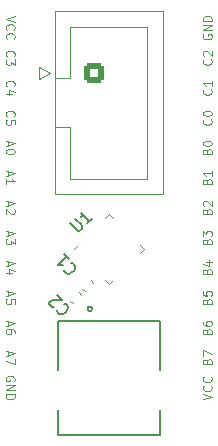
<source format=gto>
%TF.GenerationSoftware,KiCad,Pcbnew,6.0.2+dfsg-1*%
%TF.CreationDate,2022-08-12T08:44:15-04:00*%
%TF.ProjectId,attiny_devboard,61747469-6e79-45f6-9465-76626f617264,rev?*%
%TF.SameCoordinates,Original*%
%TF.FileFunction,Legend,Top*%
%TF.FilePolarity,Positive*%
%FSLAX46Y46*%
G04 Gerber Fmt 4.6, Leading zero omitted, Abs format (unit mm)*
G04 Created by KiCad (PCBNEW 6.0.2+dfsg-1) date 2022-08-12 08:44:15*
%MOMM*%
%LPD*%
G01*
G04 APERTURE LIST*
G04 Aperture macros list*
%AMRoundRect*
0 Rectangle with rounded corners*
0 $1 Rounding radius*
0 $2 $3 $4 $5 $6 $7 $8 $9 X,Y pos of 4 corners*
0 Add a 4 corners polygon primitive as box body*
4,1,4,$2,$3,$4,$5,$6,$7,$8,$9,$2,$3,0*
0 Add four circle primitives for the rounded corners*
1,1,$1+$1,$2,$3*
1,1,$1+$1,$4,$5*
1,1,$1+$1,$6,$7*
1,1,$1+$1,$8,$9*
0 Add four rect primitives between the rounded corners*
20,1,$1+$1,$2,$3,$4,$5,0*
20,1,$1+$1,$4,$5,$6,$7,0*
20,1,$1+$1,$6,$7,$8,$9,0*
20,1,$1+$1,$8,$9,$2,$3,0*%
%AMRotRect*
0 Rectangle, with rotation*
0 The origin of the aperture is its center*
0 $1 length*
0 $2 width*
0 $3 Rotation angle, in degrees counterclockwise*
0 Add horizontal line*
21,1,$1,$2,0,0,$3*%
G04 Aperture macros list end*
%ADD10C,0.115000*%
%ADD11C,0.150000*%
%ADD12C,0.120000*%
%ADD13C,0.200000*%
%ADD14C,0.127000*%
%ADD15RoundRect,0.225000X-0.335876X-0.017678X-0.017678X-0.335876X0.335876X0.017678X0.017678X0.335876X0*%
%ADD16RoundRect,0.250000X-0.600000X-0.600000X0.600000X-0.600000X0.600000X0.600000X-0.600000X0.600000X0*%
%ADD17C,1.700000*%
%ADD18RoundRect,0.062500X-0.203293X-0.291682X0.291682X0.203293X0.203293X0.291682X-0.291682X-0.203293X0*%
%ADD19RoundRect,0.062500X0.203293X-0.291682X0.291682X-0.203293X-0.203293X0.291682X-0.291682X0.203293X0*%
%ADD20RotRect,2.600000X2.600000X45.000000*%
%ADD21O,1.700000X2.900000*%
%ADD22O,1.700000X2.980000*%
%ADD23C,1.208000*%
%ADD24R,1.700000X1.700000*%
%ADD25O,1.700000X1.700000*%
G04 APERTURE END LIST*
D10*
X129923000Y-103604285D02*
X129923000Y-103961428D01*
X129708714Y-103532857D02*
X130458714Y-103782857D01*
X129708714Y-104032857D01*
X130458714Y-104211428D02*
X130458714Y-104711428D01*
X129708714Y-104390000D01*
X129780142Y-78615000D02*
X129744428Y-78579285D01*
X129708714Y-78472142D01*
X129708714Y-78400714D01*
X129744428Y-78293571D01*
X129815857Y-78222142D01*
X129887285Y-78186428D01*
X130030142Y-78150714D01*
X130137285Y-78150714D01*
X130280142Y-78186428D01*
X130351571Y-78222142D01*
X130423000Y-78293571D01*
X130458714Y-78400714D01*
X130458714Y-78472142D01*
X130423000Y-78579285D01*
X130387285Y-78615000D01*
X130458714Y-78865000D02*
X130458714Y-79329285D01*
X130173000Y-79079285D01*
X130173000Y-79186428D01*
X130137285Y-79257857D01*
X130101571Y-79293571D01*
X130030142Y-79329285D01*
X129851571Y-79329285D01*
X129780142Y-79293571D01*
X129744428Y-79257857D01*
X129708714Y-79186428D01*
X129708714Y-78972142D01*
X129744428Y-78900714D01*
X129780142Y-78865000D01*
X146758428Y-91743571D02*
X146794142Y-91636428D01*
X146829857Y-91600714D01*
X146901285Y-91565000D01*
X147008428Y-91565000D01*
X147079857Y-91600714D01*
X147115571Y-91636428D01*
X147151285Y-91707857D01*
X147151285Y-91993571D01*
X146401285Y-91993571D01*
X146401285Y-91743571D01*
X146437000Y-91672142D01*
X146472714Y-91636428D01*
X146544142Y-91600714D01*
X146615571Y-91600714D01*
X146687000Y-91636428D01*
X146722714Y-91672142D01*
X146758428Y-91743571D01*
X146758428Y-91993571D01*
X146472714Y-91279285D02*
X146437000Y-91243571D01*
X146401285Y-91172142D01*
X146401285Y-90993571D01*
X146437000Y-90922142D01*
X146472714Y-90886428D01*
X146544142Y-90850714D01*
X146615571Y-90850714D01*
X146722714Y-90886428D01*
X147151285Y-91315000D01*
X147151285Y-90850714D01*
X129923000Y-93444285D02*
X129923000Y-93801428D01*
X129708714Y-93372857D02*
X130458714Y-93622857D01*
X129708714Y-93872857D01*
X130458714Y-94051428D02*
X130458714Y-94515714D01*
X130173000Y-94265714D01*
X130173000Y-94372857D01*
X130137285Y-94444285D01*
X130101571Y-94480000D01*
X130030142Y-94515714D01*
X129851571Y-94515714D01*
X129780142Y-94480000D01*
X129744428Y-94444285D01*
X129708714Y-94372857D01*
X129708714Y-94158571D01*
X129744428Y-94087142D01*
X129780142Y-94051428D01*
X146437000Y-76771428D02*
X146401285Y-76842857D01*
X146401285Y-76950000D01*
X146437000Y-77057142D01*
X146508428Y-77128571D01*
X146579857Y-77164285D01*
X146722714Y-77200000D01*
X146829857Y-77200000D01*
X146972714Y-77164285D01*
X147044142Y-77128571D01*
X147115571Y-77057142D01*
X147151285Y-76950000D01*
X147151285Y-76878571D01*
X147115571Y-76771428D01*
X147079857Y-76735714D01*
X146829857Y-76735714D01*
X146829857Y-76878571D01*
X147151285Y-76414285D02*
X146401285Y-76414285D01*
X147151285Y-75985714D01*
X146401285Y-75985714D01*
X147151285Y-75628571D02*
X146401285Y-75628571D01*
X146401285Y-75450000D01*
X146437000Y-75342857D01*
X146508428Y-75271428D01*
X146579857Y-75235714D01*
X146722714Y-75200000D01*
X146829857Y-75200000D01*
X146972714Y-75235714D01*
X147044142Y-75271428D01*
X147115571Y-75342857D01*
X147151285Y-75450000D01*
X147151285Y-75628571D01*
X147079857Y-83945000D02*
X147115571Y-83980714D01*
X147151285Y-84087857D01*
X147151285Y-84159285D01*
X147115571Y-84266428D01*
X147044142Y-84337857D01*
X146972714Y-84373571D01*
X146829857Y-84409285D01*
X146722714Y-84409285D01*
X146579857Y-84373571D01*
X146508428Y-84337857D01*
X146437000Y-84266428D01*
X146401285Y-84159285D01*
X146401285Y-84087857D01*
X146437000Y-83980714D01*
X146472714Y-83945000D01*
X146401285Y-83480714D02*
X146401285Y-83409285D01*
X146437000Y-83337857D01*
X146472714Y-83302142D01*
X146544142Y-83266428D01*
X146687000Y-83230714D01*
X146865571Y-83230714D01*
X147008428Y-83266428D01*
X147079857Y-83302142D01*
X147115571Y-83337857D01*
X147151285Y-83409285D01*
X147151285Y-83480714D01*
X147115571Y-83552142D01*
X147079857Y-83587857D01*
X147008428Y-83623571D01*
X146865571Y-83659285D01*
X146687000Y-83659285D01*
X146544142Y-83623571D01*
X146472714Y-83587857D01*
X146437000Y-83552142D01*
X146401285Y-83480714D01*
X146758428Y-94283571D02*
X146794142Y-94176428D01*
X146829857Y-94140714D01*
X146901285Y-94105000D01*
X147008428Y-94105000D01*
X147079857Y-94140714D01*
X147115571Y-94176428D01*
X147151285Y-94247857D01*
X147151285Y-94533571D01*
X146401285Y-94533571D01*
X146401285Y-94283571D01*
X146437000Y-94212142D01*
X146472714Y-94176428D01*
X146544142Y-94140714D01*
X146615571Y-94140714D01*
X146687000Y-94176428D01*
X146722714Y-94212142D01*
X146758428Y-94283571D01*
X146758428Y-94533571D01*
X146401285Y-93855000D02*
X146401285Y-93390714D01*
X146687000Y-93640714D01*
X146687000Y-93533571D01*
X146722714Y-93462142D01*
X146758428Y-93426428D01*
X146829857Y-93390714D01*
X147008428Y-93390714D01*
X147079857Y-93426428D01*
X147115571Y-93462142D01*
X147151285Y-93533571D01*
X147151285Y-93747857D01*
X147115571Y-93819285D01*
X147079857Y-93855000D01*
X147079857Y-81405000D02*
X147115571Y-81440714D01*
X147151285Y-81547857D01*
X147151285Y-81619285D01*
X147115571Y-81726428D01*
X147044142Y-81797857D01*
X146972714Y-81833571D01*
X146829857Y-81869285D01*
X146722714Y-81869285D01*
X146579857Y-81833571D01*
X146508428Y-81797857D01*
X146437000Y-81726428D01*
X146401285Y-81619285D01*
X146401285Y-81547857D01*
X146437000Y-81440714D01*
X146472714Y-81405000D01*
X147151285Y-80690714D02*
X147151285Y-81119285D01*
X147151285Y-80905000D02*
X146401285Y-80905000D01*
X146508428Y-80976428D01*
X146579857Y-81047857D01*
X146615571Y-81119285D01*
X146758428Y-89203571D02*
X146794142Y-89096428D01*
X146829857Y-89060714D01*
X146901285Y-89025000D01*
X147008428Y-89025000D01*
X147079857Y-89060714D01*
X147115571Y-89096428D01*
X147151285Y-89167857D01*
X147151285Y-89453571D01*
X146401285Y-89453571D01*
X146401285Y-89203571D01*
X146437000Y-89132142D01*
X146472714Y-89096428D01*
X146544142Y-89060714D01*
X146615571Y-89060714D01*
X146687000Y-89096428D01*
X146722714Y-89132142D01*
X146758428Y-89203571D01*
X146758428Y-89453571D01*
X147151285Y-88310714D02*
X147151285Y-88739285D01*
X147151285Y-88525000D02*
X146401285Y-88525000D01*
X146508428Y-88596428D01*
X146579857Y-88667857D01*
X146615571Y-88739285D01*
X147079857Y-78865000D02*
X147115571Y-78900714D01*
X147151285Y-79007857D01*
X147151285Y-79079285D01*
X147115571Y-79186428D01*
X147044142Y-79257857D01*
X146972714Y-79293571D01*
X146829857Y-79329285D01*
X146722714Y-79329285D01*
X146579857Y-79293571D01*
X146508428Y-79257857D01*
X146437000Y-79186428D01*
X146401285Y-79079285D01*
X146401285Y-79007857D01*
X146437000Y-78900714D01*
X146472714Y-78865000D01*
X146472714Y-78579285D02*
X146437000Y-78543571D01*
X146401285Y-78472142D01*
X146401285Y-78293571D01*
X146437000Y-78222142D01*
X146472714Y-78186428D01*
X146544142Y-78150714D01*
X146615571Y-78150714D01*
X146722714Y-78186428D01*
X147151285Y-78615000D01*
X147151285Y-78150714D01*
X129923000Y-101064285D02*
X129923000Y-101421428D01*
X129708714Y-100992857D02*
X130458714Y-101242857D01*
X129708714Y-101492857D01*
X130458714Y-102064285D02*
X130458714Y-101921428D01*
X130423000Y-101850000D01*
X130387285Y-101814285D01*
X130280142Y-101742857D01*
X130137285Y-101707142D01*
X129851571Y-101707142D01*
X129780142Y-101742857D01*
X129744428Y-101778571D01*
X129708714Y-101850000D01*
X129708714Y-101992857D01*
X129744428Y-102064285D01*
X129780142Y-102100000D01*
X129851571Y-102135714D01*
X130030142Y-102135714D01*
X130101571Y-102100000D01*
X130137285Y-102064285D01*
X130173000Y-101992857D01*
X130173000Y-101850000D01*
X130137285Y-101778571D01*
X130101571Y-101742857D01*
X130030142Y-101707142D01*
X129923000Y-88364285D02*
X129923000Y-88721428D01*
X129708714Y-88292857D02*
X130458714Y-88542857D01*
X129708714Y-88792857D01*
X129708714Y-89435714D02*
X129708714Y-89007142D01*
X129708714Y-89221428D02*
X130458714Y-89221428D01*
X130351571Y-89150000D01*
X130280142Y-89078571D01*
X130244428Y-89007142D01*
X129780142Y-83695000D02*
X129744428Y-83659285D01*
X129708714Y-83552142D01*
X129708714Y-83480714D01*
X129744428Y-83373571D01*
X129815857Y-83302142D01*
X129887285Y-83266428D01*
X130030142Y-83230714D01*
X130137285Y-83230714D01*
X130280142Y-83266428D01*
X130351571Y-83302142D01*
X130423000Y-83373571D01*
X130458714Y-83480714D01*
X130458714Y-83552142D01*
X130423000Y-83659285D01*
X130387285Y-83695000D01*
X130458714Y-84373571D02*
X130458714Y-84016428D01*
X130101571Y-83980714D01*
X130137285Y-84016428D01*
X130173000Y-84087857D01*
X130173000Y-84266428D01*
X130137285Y-84337857D01*
X130101571Y-84373571D01*
X130030142Y-84409285D01*
X129851571Y-84409285D01*
X129780142Y-84373571D01*
X129744428Y-84337857D01*
X129708714Y-84266428D01*
X129708714Y-84087857D01*
X129744428Y-84016428D01*
X129780142Y-83980714D01*
X129923000Y-90904285D02*
X129923000Y-91261428D01*
X129708714Y-90832857D02*
X130458714Y-91082857D01*
X129708714Y-91332857D01*
X130387285Y-91547142D02*
X130423000Y-91582857D01*
X130458714Y-91654285D01*
X130458714Y-91832857D01*
X130423000Y-91904285D01*
X130387285Y-91940000D01*
X130315857Y-91975714D01*
X130244428Y-91975714D01*
X130137285Y-91940000D01*
X129708714Y-91511428D01*
X129708714Y-91975714D01*
X130458714Y-75200000D02*
X129708714Y-75450000D01*
X130458714Y-75700000D01*
X129780142Y-76378571D02*
X129744428Y-76342857D01*
X129708714Y-76235714D01*
X129708714Y-76164285D01*
X129744428Y-76057142D01*
X129815857Y-75985714D01*
X129887285Y-75950000D01*
X130030142Y-75914285D01*
X130137285Y-75914285D01*
X130280142Y-75950000D01*
X130351571Y-75985714D01*
X130423000Y-76057142D01*
X130458714Y-76164285D01*
X130458714Y-76235714D01*
X130423000Y-76342857D01*
X130387285Y-76378571D01*
X129780142Y-77128571D02*
X129744428Y-77092857D01*
X129708714Y-76985714D01*
X129708714Y-76914285D01*
X129744428Y-76807142D01*
X129815857Y-76735714D01*
X129887285Y-76700000D01*
X130030142Y-76664285D01*
X130137285Y-76664285D01*
X130280142Y-76700000D01*
X130351571Y-76735714D01*
X130423000Y-76807142D01*
X130458714Y-76914285D01*
X130458714Y-76985714D01*
X130423000Y-77092857D01*
X130387285Y-77128571D01*
X146758428Y-96823571D02*
X146794142Y-96716428D01*
X146829857Y-96680714D01*
X146901285Y-96645000D01*
X147008428Y-96645000D01*
X147079857Y-96680714D01*
X147115571Y-96716428D01*
X147151285Y-96787857D01*
X147151285Y-97073571D01*
X146401285Y-97073571D01*
X146401285Y-96823571D01*
X146437000Y-96752142D01*
X146472714Y-96716428D01*
X146544142Y-96680714D01*
X146615571Y-96680714D01*
X146687000Y-96716428D01*
X146722714Y-96752142D01*
X146758428Y-96823571D01*
X146758428Y-97073571D01*
X146651285Y-96002142D02*
X147151285Y-96002142D01*
X146365571Y-96180714D02*
X146901285Y-96359285D01*
X146901285Y-95895000D01*
X129923000Y-95984285D02*
X129923000Y-96341428D01*
X129708714Y-95912857D02*
X130458714Y-96162857D01*
X129708714Y-96412857D01*
X130208714Y-96984285D02*
X129708714Y-96984285D01*
X130494428Y-96805714D02*
X129958714Y-96627142D01*
X129958714Y-97091428D01*
X146758428Y-99363571D02*
X146794142Y-99256428D01*
X146829857Y-99220714D01*
X146901285Y-99185000D01*
X147008428Y-99185000D01*
X147079857Y-99220714D01*
X147115571Y-99256428D01*
X147151285Y-99327857D01*
X147151285Y-99613571D01*
X146401285Y-99613571D01*
X146401285Y-99363571D01*
X146437000Y-99292142D01*
X146472714Y-99256428D01*
X146544142Y-99220714D01*
X146615571Y-99220714D01*
X146687000Y-99256428D01*
X146722714Y-99292142D01*
X146758428Y-99363571D01*
X146758428Y-99613571D01*
X146401285Y-98506428D02*
X146401285Y-98863571D01*
X146758428Y-98899285D01*
X146722714Y-98863571D01*
X146687000Y-98792142D01*
X146687000Y-98613571D01*
X146722714Y-98542142D01*
X146758428Y-98506428D01*
X146829857Y-98470714D01*
X147008428Y-98470714D01*
X147079857Y-98506428D01*
X147115571Y-98542142D01*
X147151285Y-98613571D01*
X147151285Y-98792142D01*
X147115571Y-98863571D01*
X147079857Y-98899285D01*
X146401285Y-107680000D02*
X147151285Y-107430000D01*
X146401285Y-107180000D01*
X147079857Y-106501428D02*
X147115571Y-106537142D01*
X147151285Y-106644285D01*
X147151285Y-106715714D01*
X147115571Y-106822857D01*
X147044142Y-106894285D01*
X146972714Y-106930000D01*
X146829857Y-106965714D01*
X146722714Y-106965714D01*
X146579857Y-106930000D01*
X146508428Y-106894285D01*
X146437000Y-106822857D01*
X146401285Y-106715714D01*
X146401285Y-106644285D01*
X146437000Y-106537142D01*
X146472714Y-106501428D01*
X147079857Y-105751428D02*
X147115571Y-105787142D01*
X147151285Y-105894285D01*
X147151285Y-105965714D01*
X147115571Y-106072857D01*
X147044142Y-106144285D01*
X146972714Y-106180000D01*
X146829857Y-106215714D01*
X146722714Y-106215714D01*
X146579857Y-106180000D01*
X146508428Y-106144285D01*
X146437000Y-106072857D01*
X146401285Y-105965714D01*
X146401285Y-105894285D01*
X146437000Y-105787142D01*
X146472714Y-105751428D01*
X146758428Y-101903571D02*
X146794142Y-101796428D01*
X146829857Y-101760714D01*
X146901285Y-101725000D01*
X147008428Y-101725000D01*
X147079857Y-101760714D01*
X147115571Y-101796428D01*
X147151285Y-101867857D01*
X147151285Y-102153571D01*
X146401285Y-102153571D01*
X146401285Y-101903571D01*
X146437000Y-101832142D01*
X146472714Y-101796428D01*
X146544142Y-101760714D01*
X146615571Y-101760714D01*
X146687000Y-101796428D01*
X146722714Y-101832142D01*
X146758428Y-101903571D01*
X146758428Y-102153571D01*
X146401285Y-101082142D02*
X146401285Y-101225000D01*
X146437000Y-101296428D01*
X146472714Y-101332142D01*
X146579857Y-101403571D01*
X146722714Y-101439285D01*
X147008428Y-101439285D01*
X147079857Y-101403571D01*
X147115571Y-101367857D01*
X147151285Y-101296428D01*
X147151285Y-101153571D01*
X147115571Y-101082142D01*
X147079857Y-101046428D01*
X147008428Y-101010714D01*
X146829857Y-101010714D01*
X146758428Y-101046428D01*
X146722714Y-101082142D01*
X146687000Y-101153571D01*
X146687000Y-101296428D01*
X146722714Y-101367857D01*
X146758428Y-101403571D01*
X146829857Y-101439285D01*
X129780142Y-81155000D02*
X129744428Y-81119285D01*
X129708714Y-81012142D01*
X129708714Y-80940714D01*
X129744428Y-80833571D01*
X129815857Y-80762142D01*
X129887285Y-80726428D01*
X130030142Y-80690714D01*
X130137285Y-80690714D01*
X130280142Y-80726428D01*
X130351571Y-80762142D01*
X130423000Y-80833571D01*
X130458714Y-80940714D01*
X130458714Y-81012142D01*
X130423000Y-81119285D01*
X130387285Y-81155000D01*
X130208714Y-81797857D02*
X129708714Y-81797857D01*
X130494428Y-81619285D02*
X129958714Y-81440714D01*
X129958714Y-81905000D01*
X146758428Y-86663571D02*
X146794142Y-86556428D01*
X146829857Y-86520714D01*
X146901285Y-86485000D01*
X147008428Y-86485000D01*
X147079857Y-86520714D01*
X147115571Y-86556428D01*
X147151285Y-86627857D01*
X147151285Y-86913571D01*
X146401285Y-86913571D01*
X146401285Y-86663571D01*
X146437000Y-86592142D01*
X146472714Y-86556428D01*
X146544142Y-86520714D01*
X146615571Y-86520714D01*
X146687000Y-86556428D01*
X146722714Y-86592142D01*
X146758428Y-86663571D01*
X146758428Y-86913571D01*
X146401285Y-86020714D02*
X146401285Y-85949285D01*
X146437000Y-85877857D01*
X146472714Y-85842142D01*
X146544142Y-85806428D01*
X146687000Y-85770714D01*
X146865571Y-85770714D01*
X147008428Y-85806428D01*
X147079857Y-85842142D01*
X147115571Y-85877857D01*
X147151285Y-85949285D01*
X147151285Y-86020714D01*
X147115571Y-86092142D01*
X147079857Y-86127857D01*
X147008428Y-86163571D01*
X146865571Y-86199285D01*
X146687000Y-86199285D01*
X146544142Y-86163571D01*
X146472714Y-86127857D01*
X146437000Y-86092142D01*
X146401285Y-86020714D01*
X129923000Y-85824285D02*
X129923000Y-86181428D01*
X129708714Y-85752857D02*
X130458714Y-86002857D01*
X129708714Y-86252857D01*
X130458714Y-86645714D02*
X130458714Y-86717142D01*
X130423000Y-86788571D01*
X130387285Y-86824285D01*
X130315857Y-86860000D01*
X130173000Y-86895714D01*
X129994428Y-86895714D01*
X129851571Y-86860000D01*
X129780142Y-86824285D01*
X129744428Y-86788571D01*
X129708714Y-86717142D01*
X129708714Y-86645714D01*
X129744428Y-86574285D01*
X129780142Y-86538571D01*
X129851571Y-86502857D01*
X129994428Y-86467142D01*
X130173000Y-86467142D01*
X130315857Y-86502857D01*
X130387285Y-86538571D01*
X130423000Y-86574285D01*
X130458714Y-86645714D01*
X129923000Y-98524285D02*
X129923000Y-98881428D01*
X129708714Y-98452857D02*
X130458714Y-98702857D01*
X129708714Y-98952857D01*
X130458714Y-99560000D02*
X130458714Y-99202857D01*
X130101571Y-99167142D01*
X130137285Y-99202857D01*
X130173000Y-99274285D01*
X130173000Y-99452857D01*
X130137285Y-99524285D01*
X130101571Y-99560000D01*
X130030142Y-99595714D01*
X129851571Y-99595714D01*
X129780142Y-99560000D01*
X129744428Y-99524285D01*
X129708714Y-99452857D01*
X129708714Y-99274285D01*
X129744428Y-99202857D01*
X129780142Y-99167142D01*
X130423000Y-106108571D02*
X130458714Y-106037142D01*
X130458714Y-105930000D01*
X130423000Y-105822857D01*
X130351571Y-105751428D01*
X130280142Y-105715714D01*
X130137285Y-105680000D01*
X130030142Y-105680000D01*
X129887285Y-105715714D01*
X129815857Y-105751428D01*
X129744428Y-105822857D01*
X129708714Y-105930000D01*
X129708714Y-106001428D01*
X129744428Y-106108571D01*
X129780142Y-106144285D01*
X130030142Y-106144285D01*
X130030142Y-106001428D01*
X129708714Y-106465714D02*
X130458714Y-106465714D01*
X129708714Y-106894285D01*
X130458714Y-106894285D01*
X129708714Y-107251428D02*
X130458714Y-107251428D01*
X130458714Y-107430000D01*
X130423000Y-107537142D01*
X130351571Y-107608571D01*
X130280142Y-107644285D01*
X130137285Y-107680000D01*
X130030142Y-107680000D01*
X129887285Y-107644285D01*
X129815857Y-107608571D01*
X129744428Y-107537142D01*
X129708714Y-107430000D01*
X129708714Y-107251428D01*
X146758428Y-104443571D02*
X146794142Y-104336428D01*
X146829857Y-104300714D01*
X146901285Y-104265000D01*
X147008428Y-104265000D01*
X147079857Y-104300714D01*
X147115571Y-104336428D01*
X147151285Y-104407857D01*
X147151285Y-104693571D01*
X146401285Y-104693571D01*
X146401285Y-104443571D01*
X146437000Y-104372142D01*
X146472714Y-104336428D01*
X146544142Y-104300714D01*
X146615571Y-104300714D01*
X146687000Y-104336428D01*
X146722714Y-104372142D01*
X146758428Y-104443571D01*
X146758428Y-104693571D01*
X146401285Y-104015000D02*
X146401285Y-103515000D01*
X147151285Y-103836428D01*
D11*
%TO.C,C2*%
X134609389Y-99560312D02*
X134676732Y-99560312D01*
X134811419Y-99627656D01*
X134878763Y-99695000D01*
X134946106Y-99829687D01*
X134946106Y-99964374D01*
X134912435Y-100065389D01*
X134811419Y-100233748D01*
X134710404Y-100334763D01*
X134542045Y-100435778D01*
X134441030Y-100469450D01*
X134306343Y-100469450D01*
X134171656Y-100402106D01*
X134104312Y-100334763D01*
X134036969Y-100200076D01*
X134036969Y-100132732D01*
X133767595Y-99863358D02*
X133700251Y-99863358D01*
X133599236Y-99829687D01*
X133430877Y-99661328D01*
X133397206Y-99560312D01*
X133397206Y-99492969D01*
X133430877Y-99391954D01*
X133498221Y-99324610D01*
X133632908Y-99257267D01*
X134441030Y-99257267D01*
X134003297Y-98819534D01*
%TO.C,C1*%
X135244389Y-96131312D02*
X135311732Y-96131312D01*
X135446419Y-96198656D01*
X135513763Y-96266000D01*
X135581106Y-96400687D01*
X135581106Y-96535374D01*
X135547435Y-96636389D01*
X135446419Y-96804748D01*
X135345404Y-96905763D01*
X135177045Y-97006778D01*
X135076030Y-97040450D01*
X134941343Y-97040450D01*
X134806656Y-96973106D01*
X134739312Y-96905763D01*
X134671969Y-96771076D01*
X134671969Y-96703732D01*
X134638297Y-95390534D02*
X135042358Y-95794595D01*
X134840328Y-95592564D02*
X134133221Y-96299671D01*
X134301580Y-96266000D01*
X134436267Y-96265999D01*
X134537282Y-96299671D01*
%TO.C,U1*%
X135170574Y-92769410D02*
X135742994Y-93341830D01*
X135844009Y-93375502D01*
X135911353Y-93375502D01*
X136012368Y-93341830D01*
X136147055Y-93207143D01*
X136180727Y-93106128D01*
X136180727Y-93038784D01*
X136147055Y-92937769D01*
X135574635Y-92365349D01*
X136988849Y-92365349D02*
X136584788Y-92769410D01*
X136786818Y-92567380D02*
X136079712Y-91860273D01*
X136113383Y-92028632D01*
X136113383Y-92163319D01*
X136079712Y-92264334D01*
D12*
%TO.C,C2*%
X135175970Y-99321219D02*
X135374781Y-99520030D01*
X135897219Y-98599970D02*
X136096030Y-98798781D01*
%TO.C,C1*%
X136191970Y-98305219D02*
X136390781Y-98504030D01*
X136913219Y-97583970D02*
X137112030Y-97782781D01*
%TO.C,J1*%
X142990000Y-74800000D02*
X142990000Y-90300000D01*
X135180000Y-84600000D02*
X133870000Y-84600000D01*
X133480000Y-80010000D02*
X132480000Y-79510000D01*
X132480000Y-79510000D02*
X132480000Y-80510000D01*
X135180000Y-76100000D02*
X141680000Y-76100000D01*
X141680000Y-76100000D02*
X141680000Y-89000000D01*
X132480000Y-80510000D02*
X133480000Y-80010000D01*
X133870000Y-80500000D02*
X135180000Y-80500000D01*
X135180000Y-89000000D02*
X135180000Y-84600000D01*
X135180000Y-84600000D02*
X135180000Y-84600000D01*
X135180000Y-80500000D02*
X135180000Y-76100000D01*
X133870000Y-90300000D02*
X133870000Y-74800000D01*
X141680000Y-89000000D02*
X135180000Y-89000000D01*
X142990000Y-90300000D02*
X133870000Y-90300000D01*
X133870000Y-74800000D02*
X142990000Y-74800000D01*
%TO.C,U1*%
X138430000Y-91967349D02*
X138765876Y-92303225D01*
X141413991Y-94951340D02*
X141078115Y-94615464D01*
X135781885Y-94615464D02*
X135446009Y-94951340D01*
X138094124Y-92303225D02*
X138430000Y-91967349D01*
X141078115Y-95287216D02*
X141413991Y-94951340D01*
X138430000Y-97935331D02*
X138094124Y-97599455D01*
X138765876Y-97599455D02*
X138430000Y-97935331D01*
D13*
%TO.C,J2*%
X137015000Y-100004000D02*
G75*
G03*
X137015000Y-100004000I-200000J0D01*
G01*
D14*
X142780000Y-110654000D02*
X134080000Y-110654000D01*
X142780000Y-108604000D02*
X142780000Y-110654000D01*
X134080000Y-105204000D02*
X134080000Y-101054000D01*
X142780000Y-101054000D02*
X142780000Y-105204000D01*
X134080000Y-101054000D02*
X142780000Y-101054000D01*
X134080000Y-110654000D02*
X134080000Y-108604000D01*
%TD*%
%LPC*%
D15*
%TO.C,C2*%
X135087992Y-98511992D03*
X136184008Y-99608008D03*
%TD*%
%TO.C,C1*%
X136103992Y-97495992D03*
X137200008Y-98592008D03*
%TD*%
D16*
%TO.C,J1*%
X137160000Y-80010000D03*
D17*
X139700000Y-80010000D03*
X137160000Y-82550000D03*
X139700000Y-82550000D03*
X137160000Y-85090000D03*
X139700000Y-85090000D03*
%TD*%
D18*
%TO.C,U1*%
X136176097Y-95437476D03*
X136529651Y-95791029D03*
X136883204Y-96144583D03*
X137236757Y-96498136D03*
X137590311Y-96851689D03*
X137943864Y-97205243D03*
D19*
X138916136Y-97205243D03*
X139269689Y-96851689D03*
X139623243Y-96498136D03*
X139976796Y-96144583D03*
X140330349Y-95791029D03*
X140683903Y-95437476D03*
D18*
X140683903Y-94465204D03*
X140330349Y-94111651D03*
X139976796Y-93758097D03*
X139623243Y-93404544D03*
X139269689Y-93050991D03*
X138916136Y-92697437D03*
D19*
X137943864Y-92697437D03*
X137590311Y-93050991D03*
X137236757Y-93404544D03*
X136883204Y-93758097D03*
X136529651Y-94111651D03*
X136176097Y-94465204D03*
D20*
X138430000Y-94951340D03*
%TD*%
D21*
%TO.C,J2*%
X142080000Y-106904000D03*
D22*
X134780000Y-106904000D03*
D23*
X140030000Y-101854000D03*
X139230000Y-103054000D03*
X138430000Y-101854000D03*
X137630000Y-103054000D03*
X136830000Y-101854000D03*
%TD*%
D24*
%TO.C,J4*%
X144780000Y-106680000D03*
D25*
X144780000Y-104140000D03*
X144780000Y-101600000D03*
X144780000Y-99060000D03*
X144780000Y-96520000D03*
X144780000Y-93980000D03*
X144780000Y-91440000D03*
X144780000Y-88900000D03*
X144780000Y-86360000D03*
X144780000Y-83820000D03*
X144780000Y-81280000D03*
X144780000Y-78740000D03*
X144780000Y-76200000D03*
%TD*%
D24*
%TO.C,J3*%
X132080000Y-76200000D03*
D25*
X132080000Y-78740000D03*
X132080000Y-81280000D03*
X132080000Y-83820000D03*
X132080000Y-86360000D03*
X132080000Y-88900000D03*
X132080000Y-91440000D03*
X132080000Y-93980000D03*
X132080000Y-96520000D03*
X132080000Y-99060000D03*
X132080000Y-101600000D03*
X132080000Y-104140000D03*
X132080000Y-106680000D03*
%TD*%
M02*

</source>
